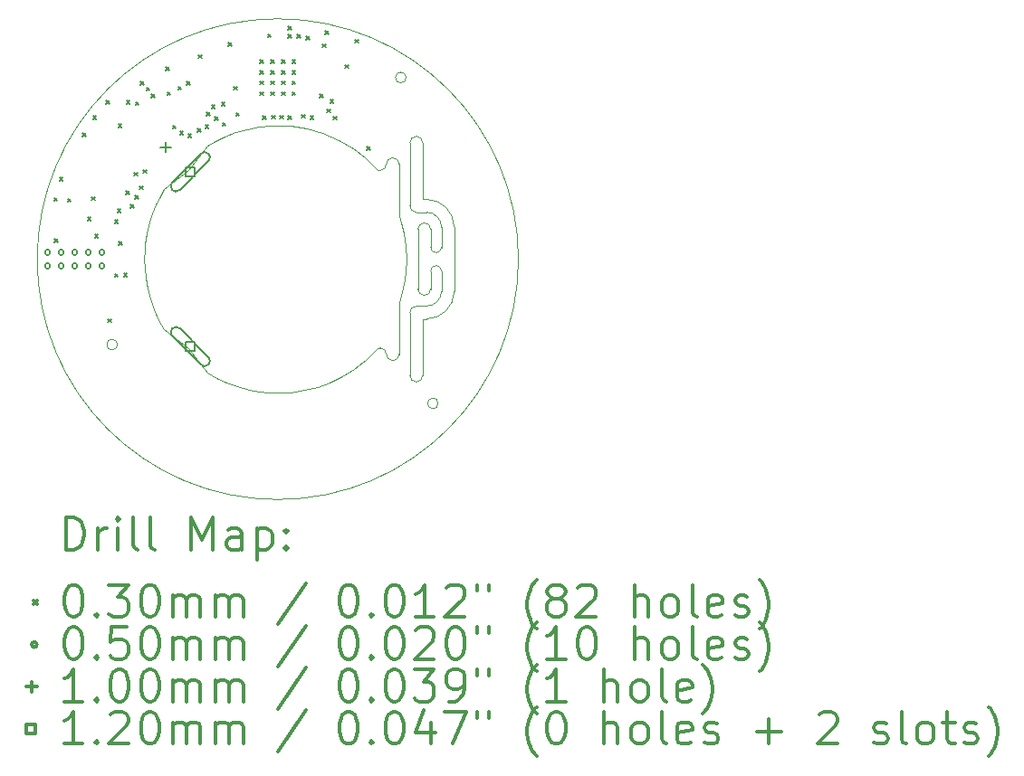
<source format=gbr>
%FSLAX45Y45*%
G04 Gerber Fmt 4.5, Leading zero omitted, Abs format (unit mm)*
G04 Created by KiCad (PCBNEW 4.0.1-stable) date 2016 January 15, Friday 22:42:40*
%MOMM*%
G01*
G04 APERTURE LIST*
%ADD10C,0.127000*%
%ADD11C,0.050000*%
%ADD12C,0.200000*%
%ADD13C,0.300000*%
G04 APERTURE END LIST*
D10*
D11*
X3450000Y-575000D02*
G75*
G03X3450000Y-575000I-50000J0D01*
G01*
X3750000Y-3625000D02*
G75*
G03X3750000Y-3625000I-50000J0D01*
G01*
X750000Y-3075000D02*
G75*
G03X750000Y-3075000I-50000J0D01*
G01*
X3605000Y-2835000D02*
X3605000Y-3365000D01*
X3485000Y-3365000D02*
X3485000Y-2775000D01*
X3605000Y-1715000D02*
X3605000Y-1185000D01*
X3485000Y-1185000D02*
X3485000Y-1775000D01*
X3115000Y-1370000D02*
X3065000Y-1325000D01*
X3170000Y-1430000D02*
X3115000Y-1370000D01*
X3185000Y-1440000D02*
X3170000Y-1430000D01*
X3200000Y-1445000D02*
X3185000Y-1440000D01*
X3205000Y-1445000D02*
X3200000Y-1445000D01*
X3160000Y-3135000D02*
X3065000Y-3225000D01*
X3185000Y-3110000D02*
X3160000Y-3135000D01*
X3200000Y-3105000D02*
X3185000Y-3110000D01*
X3205000Y-3105000D02*
X3200000Y-3105000D01*
X3265000Y-3165000D02*
G75*
G03X3205000Y-3105000I-60000J0D01*
G01*
X3265000Y-3165000D02*
G75*
G03X3325000Y-3225000I60000J0D01*
G01*
X3205000Y-1445000D02*
G75*
G03X3265000Y-1385000I0J60000D01*
G01*
X3325000Y-1325000D02*
G75*
G03X3265000Y-1385000I0J-60000D01*
G01*
X3050000Y-3235000D02*
X3065000Y-3225000D01*
X3385000Y-2675000D02*
X3385000Y-3165000D01*
X3385000Y-1385000D02*
X3385000Y-1875000D01*
X3385000Y-1385000D02*
G75*
G03X3325000Y-1325000I-60000J0D01*
G01*
X3325000Y-3225000D02*
G75*
G03X3385000Y-3165000I0J60000D01*
G01*
X3680000Y-2385000D02*
X3680000Y-2555000D01*
X3780000Y-2575000D02*
X3780000Y-2385000D01*
X3780000Y-1975000D02*
X3780000Y-2165000D01*
X3680000Y-2165000D02*
X3680000Y-1995000D01*
X3780000Y-2385000D02*
G75*
G03X3730000Y-2335000I-50000J0D01*
G01*
X3730000Y-2335000D02*
G75*
G03X3680000Y-2385000I0J-50000D01*
G01*
X3730000Y-2215000D02*
G75*
G03X3780000Y-2165000I0J50000D01*
G01*
X3680000Y-2165000D02*
G75*
G03X3730000Y-2215000I50000J0D01*
G01*
X3560000Y-1995000D02*
X3560000Y-2555000D01*
X3605000Y-2835000D02*
X3640000Y-2835000D01*
X3545000Y-2715000D02*
X3640000Y-2715000D01*
X3545000Y-1835000D02*
X3640000Y-1835000D01*
X3605000Y-1715000D02*
X3640000Y-1715000D01*
X3900000Y-1975000D02*
X3900000Y-2575000D01*
X3900000Y-1975000D02*
G75*
G03X3640000Y-1715000I-260000J0D01*
G01*
X3640000Y-2835000D02*
G75*
G03X3900000Y-2575000I0J260000D01*
G01*
X3640000Y-2715000D02*
G75*
G03X3780000Y-2575000I0J140000D01*
G01*
X3780000Y-1975000D02*
G75*
G03X3640000Y-1835000I-140000J0D01*
G01*
X3545000Y-3425000D02*
G75*
G03X3605000Y-3365000I0J60000D01*
G01*
X3485000Y-3365000D02*
G75*
G03X3545000Y-3425000I60000J0D01*
G01*
X3545000Y-2715000D02*
G75*
G03X3485000Y-2775000I0J-60000D01*
G01*
X3605000Y-1185000D02*
G75*
G03X3545000Y-1125000I-60000J0D01*
G01*
X3545000Y-1125000D02*
G75*
G03X3485000Y-1185000I0J-60000D01*
G01*
X3485000Y-1775000D02*
G75*
G03X3545000Y-1835000I60000J0D01*
G01*
X3620000Y-2615000D02*
G75*
G03X3680000Y-2555000I0J60000D01*
G01*
X3560000Y-2555000D02*
G75*
G03X3620000Y-2615000I60000J0D01*
G01*
X3680000Y-1995000D02*
G75*
G03X3620000Y-1935000I-60000J0D01*
G01*
X3620000Y-1935000D02*
G75*
G03X3560000Y-1995000I0J-60000D01*
G01*
X1412500Y-1437500D02*
X1595000Y-1210000D01*
X1185000Y-1620000D02*
X1412500Y-1437500D01*
X1412500Y-3112500D02*
X1185000Y-2930000D01*
X1595000Y-3340000D02*
X1412500Y-3112500D01*
X1002500Y-2195000D02*
X1000000Y-2275000D01*
X1007500Y-2137500D02*
X1002500Y-2195000D01*
X1022500Y-2037500D02*
X1007500Y-2137500D01*
X1050000Y-1925000D02*
X1022500Y-2037500D01*
X1075000Y-1847500D02*
X1050000Y-1925000D01*
X1110000Y-1760000D02*
X1075000Y-1847500D01*
X1147500Y-1685000D02*
X1110000Y-1760000D01*
X1185000Y-1620000D02*
X1147500Y-1685000D01*
X1665000Y-1170000D02*
X1595000Y-1210000D01*
X1752500Y-1127500D02*
X1665000Y-1170000D01*
X1857500Y-1087500D02*
X1752500Y-1127500D01*
X1965000Y-1057500D02*
X1857500Y-1087500D01*
X2072500Y-1037500D02*
X1965000Y-1057500D01*
X2172500Y-1027500D02*
X2072500Y-1037500D01*
X2250000Y-1025000D02*
X2172500Y-1027500D01*
X1002500Y-2357500D02*
X1000000Y-2275000D01*
X1012500Y-2452500D02*
X1002500Y-2357500D01*
X1030000Y-2547500D02*
X1012500Y-2452500D01*
X1055000Y-2642500D02*
X1030000Y-2547500D01*
X1090000Y-2742500D02*
X1055000Y-2642500D01*
X1137500Y-2845000D02*
X1090000Y-2742500D01*
X1185000Y-2930000D02*
X1137500Y-2845000D01*
X1672500Y-3385000D02*
X1595000Y-3340000D01*
X1772500Y-3430000D02*
X1672500Y-3385000D01*
X1872500Y-3467500D02*
X1772500Y-3430000D01*
X1977500Y-3495000D02*
X1872500Y-3467500D01*
X2072500Y-3512500D02*
X1977500Y-3495000D01*
X2165000Y-3522500D02*
X2072500Y-3512500D01*
X2250000Y-3525000D02*
X2165000Y-3522500D01*
X3385000Y-2675000D02*
X3400000Y-2620000D01*
X3385000Y-1875000D02*
X3400000Y-1930000D01*
X3420000Y-2545000D02*
X3400000Y-2620000D01*
X3435000Y-2465000D02*
X3420000Y-2545000D01*
X3445000Y-2385000D02*
X3435000Y-2465000D01*
X3450000Y-2275000D02*
X3445000Y-2385000D01*
X3425000Y-2030000D02*
X3400000Y-1930000D01*
X3445000Y-2155000D02*
X3425000Y-2030000D01*
X3450000Y-2275000D02*
X3445000Y-2155000D01*
X2965000Y-3300000D02*
X3050000Y-3235000D01*
X2855000Y-3370000D02*
X2965000Y-3300000D01*
X2730000Y-3430000D02*
X2855000Y-3370000D01*
X2620000Y-3470000D02*
X2730000Y-3430000D01*
X2500000Y-3500000D02*
X2620000Y-3470000D01*
X2370000Y-3520000D02*
X2500000Y-3500000D01*
X2250000Y-3525000D02*
X2370000Y-3520000D01*
X2950000Y-1240000D02*
X3065000Y-1325000D01*
X2815000Y-1160000D02*
X2950000Y-1240000D01*
X2665000Y-1095000D02*
X2815000Y-1160000D01*
X2525000Y-1055000D02*
X2665000Y-1095000D01*
X2370000Y-1030000D02*
X2525000Y-1055000D01*
X2250000Y-1025000D02*
X2370000Y-1030000D01*
X4500000Y-2275000D02*
G75*
G03X4500000Y-2275000I-2250000J0D01*
G01*
D12*
X157000Y-1700000D02*
X187000Y-1730000D01*
X187000Y-1700000D02*
X157000Y-1730000D01*
X160000Y-2085000D02*
X190000Y-2115000D01*
X190000Y-2085000D02*
X160000Y-2115000D01*
X210000Y-1510000D02*
X240000Y-1540000D01*
X240000Y-1510000D02*
X210000Y-1540000D01*
X285000Y-1710000D02*
X315000Y-1740000D01*
X315000Y-1710000D02*
X285000Y-1740000D01*
X426000Y-1095000D02*
X456000Y-1125000D01*
X456000Y-1095000D02*
X426000Y-1125000D01*
X472000Y-1885000D02*
X502000Y-1915000D01*
X502000Y-1885000D02*
X472000Y-1915000D01*
X510000Y-1692000D02*
X540000Y-1722000D01*
X540000Y-1692000D02*
X510000Y-1722000D01*
X522000Y-937000D02*
X552000Y-967000D01*
X552000Y-937000D02*
X522000Y-967000D01*
X537000Y-2043000D02*
X567000Y-2073000D01*
X567000Y-2043000D02*
X537000Y-2073000D01*
X643000Y-789000D02*
X673000Y-819000D01*
X673000Y-789000D02*
X643000Y-819000D01*
X660000Y-2835000D02*
X690000Y-2865000D01*
X690000Y-2835000D02*
X660000Y-2865000D01*
X724000Y-1908000D02*
X754000Y-1938000D01*
X754000Y-1908000D02*
X724000Y-1938000D01*
X724000Y-2411000D02*
X754000Y-2441000D01*
X754000Y-2411000D02*
X724000Y-2441000D01*
X751000Y-1809000D02*
X781000Y-1839000D01*
X781000Y-1809000D02*
X751000Y-1839000D01*
X758020Y-1009198D02*
X788020Y-1039198D01*
X788020Y-1009198D02*
X758020Y-1039198D01*
X761000Y-2111000D02*
X791000Y-2141000D01*
X791000Y-2111000D02*
X761000Y-2141000D01*
X810000Y-2410000D02*
X840000Y-2440000D01*
X840000Y-2410000D02*
X810000Y-2440000D01*
X830000Y-1636000D02*
X860000Y-1666000D01*
X860000Y-1636000D02*
X830000Y-1666000D01*
X835000Y-791000D02*
X865000Y-821000D01*
X865000Y-791000D02*
X835000Y-821000D01*
X875000Y-1763000D02*
X905000Y-1793000D01*
X905000Y-1763000D02*
X875000Y-1793000D01*
X907000Y-1464000D02*
X937000Y-1494000D01*
X937000Y-1464000D02*
X907000Y-1494000D01*
X916000Y-1678000D02*
X946000Y-1708000D01*
X946000Y-1678000D02*
X916000Y-1708000D01*
X921000Y-805000D02*
X951000Y-835000D01*
X951000Y-805000D02*
X921000Y-835000D01*
X958000Y-1592000D02*
X988000Y-1622000D01*
X988000Y-1592000D02*
X958000Y-1622000D01*
X966000Y-614000D02*
X996000Y-644000D01*
X996000Y-614000D02*
X966000Y-644000D01*
X994000Y-1439000D02*
X1024000Y-1469000D01*
X1024000Y-1439000D02*
X994000Y-1469000D01*
X1021000Y-669000D02*
X1051000Y-699000D01*
X1051000Y-669000D02*
X1021000Y-699000D01*
X1070000Y-731000D02*
X1100000Y-761000D01*
X1100000Y-731000D02*
X1070000Y-761000D01*
X1203000Y-479000D02*
X1233000Y-509000D01*
X1233000Y-479000D02*
X1203000Y-509000D01*
X1215000Y-712000D02*
X1245000Y-742000D01*
X1245000Y-712000D02*
X1215000Y-742000D01*
X1265000Y-1023000D02*
X1295000Y-1053000D01*
X1295000Y-1023000D02*
X1265000Y-1053000D01*
X1316000Y-661000D02*
X1346000Y-691000D01*
X1346000Y-661000D02*
X1316000Y-691000D01*
X1336000Y-1079000D02*
X1366000Y-1109000D01*
X1366000Y-1079000D02*
X1336000Y-1109000D01*
X1399000Y-614000D02*
X1429000Y-644000D01*
X1429000Y-614000D02*
X1399000Y-644000D01*
X1410000Y-1105000D02*
X1440000Y-1135000D01*
X1440000Y-1105000D02*
X1410000Y-1135000D01*
X1502000Y-1055000D02*
X1532000Y-1085000D01*
X1532000Y-1055000D02*
X1502000Y-1085000D01*
X1508000Y-364000D02*
X1538000Y-394000D01*
X1538000Y-364000D02*
X1508000Y-394000D01*
X1571000Y-1021000D02*
X1601000Y-1051000D01*
X1601000Y-1021000D02*
X1571000Y-1051000D01*
X1585000Y-901000D02*
X1615000Y-931000D01*
X1615000Y-901000D02*
X1585000Y-931000D01*
X1630000Y-832000D02*
X1660000Y-862000D01*
X1660000Y-832000D02*
X1630000Y-862000D01*
X1662000Y-944000D02*
X1692000Y-974000D01*
X1692000Y-944000D02*
X1662000Y-974000D01*
X1724000Y-806000D02*
X1754000Y-836000D01*
X1754000Y-806000D02*
X1724000Y-836000D01*
X1733000Y-998000D02*
X1763000Y-1028000D01*
X1763000Y-998000D02*
X1733000Y-1028000D01*
X1787000Y-248000D02*
X1817000Y-278000D01*
X1817000Y-248000D02*
X1787000Y-278000D01*
X1838000Y-658000D02*
X1868000Y-688000D01*
X1868000Y-658000D02*
X1838000Y-688000D01*
X1861000Y-907000D02*
X1891000Y-937000D01*
X1891000Y-907000D02*
X1861000Y-937000D01*
X2085000Y-410000D02*
X2115000Y-440000D01*
X2115000Y-410000D02*
X2085000Y-440000D01*
X2085000Y-510000D02*
X2115000Y-540000D01*
X2115000Y-510000D02*
X2085000Y-540000D01*
X2085000Y-610000D02*
X2115000Y-640000D01*
X2115000Y-610000D02*
X2085000Y-640000D01*
X2085000Y-710000D02*
X2115000Y-740000D01*
X2115000Y-710000D02*
X2085000Y-740000D01*
X2110000Y-937000D02*
X2140000Y-967000D01*
X2140000Y-937000D02*
X2110000Y-967000D01*
X2154000Y-167000D02*
X2184000Y-197000D01*
X2184000Y-167000D02*
X2154000Y-197000D01*
X2185000Y-410000D02*
X2215000Y-440000D01*
X2215000Y-410000D02*
X2185000Y-440000D01*
X2185000Y-510000D02*
X2215000Y-540000D01*
X2215000Y-510000D02*
X2185000Y-540000D01*
X2185000Y-610000D02*
X2215000Y-640000D01*
X2215000Y-610000D02*
X2185000Y-640000D01*
X2185000Y-710000D02*
X2215000Y-740000D01*
X2215000Y-710000D02*
X2185000Y-740000D01*
X2195000Y-931000D02*
X2225000Y-961000D01*
X2225000Y-931000D02*
X2195000Y-961000D01*
X2271000Y-931000D02*
X2301000Y-961000D01*
X2301000Y-931000D02*
X2271000Y-961000D01*
X2285000Y-410000D02*
X2315000Y-440000D01*
X2315000Y-410000D02*
X2285000Y-440000D01*
X2285000Y-510000D02*
X2315000Y-540000D01*
X2315000Y-510000D02*
X2285000Y-540000D01*
X2285000Y-610000D02*
X2315000Y-640000D01*
X2315000Y-610000D02*
X2285000Y-640000D01*
X2285000Y-710000D02*
X2315000Y-740000D01*
X2315000Y-710000D02*
X2285000Y-740000D01*
X2346000Y-174000D02*
X2376000Y-204000D01*
X2376000Y-174000D02*
X2346000Y-204000D01*
X2347000Y-97000D02*
X2377000Y-127000D01*
X2377000Y-97000D02*
X2347000Y-127000D01*
X2347000Y-934000D02*
X2377000Y-964000D01*
X2377000Y-934000D02*
X2347000Y-964000D01*
X2385000Y-410000D02*
X2415000Y-440000D01*
X2415000Y-410000D02*
X2385000Y-440000D01*
X2385000Y-510000D02*
X2415000Y-540000D01*
X2415000Y-510000D02*
X2385000Y-540000D01*
X2385000Y-610000D02*
X2415000Y-640000D01*
X2415000Y-610000D02*
X2385000Y-640000D01*
X2385000Y-710000D02*
X2415000Y-740000D01*
X2415000Y-710000D02*
X2385000Y-740000D01*
X2430000Y-172000D02*
X2460000Y-202000D01*
X2460000Y-172000D02*
X2430000Y-202000D01*
X2474000Y-922000D02*
X2504000Y-952000D01*
X2504000Y-922000D02*
X2474000Y-952000D01*
X2518000Y-188000D02*
X2548000Y-218000D01*
X2548000Y-188000D02*
X2518000Y-218000D01*
X2552000Y-936000D02*
X2582000Y-966000D01*
X2582000Y-936000D02*
X2552000Y-966000D01*
X2645000Y-731000D02*
X2675000Y-761000D01*
X2675000Y-731000D02*
X2645000Y-761000D01*
X2670000Y-262000D02*
X2700000Y-292000D01*
X2700000Y-262000D02*
X2670000Y-292000D01*
X2693000Y-138000D02*
X2723000Y-168000D01*
X2723000Y-138000D02*
X2693000Y-168000D01*
X2709000Y-873000D02*
X2739000Y-903000D01*
X2739000Y-873000D02*
X2709000Y-903000D01*
X2740000Y-781000D02*
X2770000Y-811000D01*
X2770000Y-781000D02*
X2740000Y-811000D01*
X2770000Y-940000D02*
X2800000Y-970000D01*
X2800000Y-940000D02*
X2770000Y-970000D01*
X2881000Y-455000D02*
X2911000Y-485000D01*
X2911000Y-455000D02*
X2881000Y-485000D01*
X2973000Y-219000D02*
X3003000Y-249000D01*
X3003000Y-219000D02*
X2973000Y-249000D01*
X3082000Y-1223000D02*
X3112000Y-1253000D01*
X3112000Y-1223000D02*
X3082000Y-1253000D01*
X121000Y-2211500D02*
G75*
G03X121000Y-2211500I-25000J0D01*
G01*
X121000Y-2338500D02*
G75*
G03X121000Y-2338500I-25000J0D01*
G01*
X248000Y-2211500D02*
G75*
G03X248000Y-2211500I-25000J0D01*
G01*
X248000Y-2338500D02*
G75*
G03X248000Y-2338500I-25000J0D01*
G01*
X375000Y-2211500D02*
G75*
G03X375000Y-2211500I-25000J0D01*
G01*
X375000Y-2338500D02*
G75*
G03X375000Y-2338500I-25000J0D01*
G01*
X502000Y-2211500D02*
G75*
G03X502000Y-2211500I-25000J0D01*
G01*
X502000Y-2338500D02*
G75*
G03X502000Y-2338500I-25000J0D01*
G01*
X629000Y-2211500D02*
G75*
G03X629000Y-2211500I-25000J0D01*
G01*
X629000Y-2338500D02*
G75*
G03X629000Y-2338500I-25000J0D01*
G01*
X1200000Y-1175000D02*
X1200000Y-1275000D01*
X1150000Y-1225000D02*
X1250000Y-1225000D01*
X1474927Y-1499927D02*
X1474927Y-1415073D01*
X1390073Y-1415073D01*
X1390073Y-1499927D01*
X1474927Y-1499927D01*
X1531495Y-1287794D02*
X1262794Y-1556495D01*
X1602206Y-1358505D02*
X1333505Y-1627206D01*
X1262794Y-1556495D02*
G75*
G03X1333505Y-1627206I35355J-35355D01*
G01*
X1602206Y-1358505D02*
G75*
G03X1531495Y-1287794I-35355J35355D01*
G01*
X1474927Y-3134927D02*
X1474927Y-3050073D01*
X1390073Y-3050073D01*
X1390073Y-3134927D01*
X1474927Y-3134927D01*
X1262794Y-2993505D02*
X1531495Y-3262206D01*
X1333505Y-2922794D02*
X1602206Y-3191495D01*
X1531495Y-3262206D02*
G75*
G03X1602206Y-3191495I35355J35355D01*
G01*
X1333505Y-2922794D02*
G75*
G03X1262794Y-2993505I-35355J-35355D01*
G01*
D13*
X268929Y-4993214D02*
X268929Y-4693214D01*
X340357Y-4693214D01*
X383214Y-4707500D01*
X411786Y-4736072D01*
X426071Y-4764643D01*
X440357Y-4821786D01*
X440357Y-4864643D01*
X426071Y-4921786D01*
X411786Y-4950357D01*
X383214Y-4978929D01*
X340357Y-4993214D01*
X268929Y-4993214D01*
X568929Y-4993214D02*
X568929Y-4793214D01*
X568929Y-4850357D02*
X583214Y-4821786D01*
X597500Y-4807500D01*
X626071Y-4793214D01*
X654643Y-4793214D01*
X754643Y-4993214D02*
X754643Y-4793214D01*
X754643Y-4693214D02*
X740357Y-4707500D01*
X754643Y-4721786D01*
X768928Y-4707500D01*
X754643Y-4693214D01*
X754643Y-4721786D01*
X940357Y-4993214D02*
X911786Y-4978929D01*
X897500Y-4950357D01*
X897500Y-4693214D01*
X1097500Y-4993214D02*
X1068929Y-4978929D01*
X1054643Y-4950357D01*
X1054643Y-4693214D01*
X1440357Y-4993214D02*
X1440357Y-4693214D01*
X1540357Y-4907500D01*
X1640357Y-4693214D01*
X1640357Y-4993214D01*
X1911786Y-4993214D02*
X1911786Y-4836072D01*
X1897500Y-4807500D01*
X1868928Y-4793214D01*
X1811786Y-4793214D01*
X1783214Y-4807500D01*
X1911786Y-4978929D02*
X1883214Y-4993214D01*
X1811786Y-4993214D01*
X1783214Y-4978929D01*
X1768928Y-4950357D01*
X1768928Y-4921786D01*
X1783214Y-4893214D01*
X1811786Y-4878929D01*
X1883214Y-4878929D01*
X1911786Y-4864643D01*
X2054643Y-4793214D02*
X2054643Y-5093214D01*
X2054643Y-4807500D02*
X2083214Y-4793214D01*
X2140357Y-4793214D01*
X2168929Y-4807500D01*
X2183214Y-4821786D01*
X2197500Y-4850357D01*
X2197500Y-4936072D01*
X2183214Y-4964643D01*
X2168929Y-4978929D01*
X2140357Y-4993214D01*
X2083214Y-4993214D01*
X2054643Y-4978929D01*
X2326071Y-4964643D02*
X2340357Y-4978929D01*
X2326071Y-4993214D01*
X2311786Y-4978929D01*
X2326071Y-4964643D01*
X2326071Y-4993214D01*
X2326071Y-4807500D02*
X2340357Y-4821786D01*
X2326071Y-4836072D01*
X2311786Y-4821786D01*
X2326071Y-4807500D01*
X2326071Y-4836072D01*
X-32500Y-5472500D02*
X-2500Y-5502500D01*
X-2500Y-5472500D02*
X-32500Y-5502500D01*
X326071Y-5323214D02*
X354643Y-5323214D01*
X383214Y-5337500D01*
X397500Y-5351786D01*
X411786Y-5380357D01*
X426071Y-5437500D01*
X426071Y-5508929D01*
X411786Y-5566072D01*
X397500Y-5594643D01*
X383214Y-5608929D01*
X354643Y-5623214D01*
X326071Y-5623214D01*
X297500Y-5608929D01*
X283214Y-5594643D01*
X268929Y-5566072D01*
X254643Y-5508929D01*
X254643Y-5437500D01*
X268929Y-5380357D01*
X283214Y-5351786D01*
X297500Y-5337500D01*
X326071Y-5323214D01*
X554643Y-5594643D02*
X568929Y-5608929D01*
X554643Y-5623214D01*
X540357Y-5608929D01*
X554643Y-5594643D01*
X554643Y-5623214D01*
X668928Y-5323214D02*
X854643Y-5323214D01*
X754643Y-5437500D01*
X797500Y-5437500D01*
X826071Y-5451786D01*
X840357Y-5466072D01*
X854643Y-5494643D01*
X854643Y-5566072D01*
X840357Y-5594643D01*
X826071Y-5608929D01*
X797500Y-5623214D01*
X711786Y-5623214D01*
X683214Y-5608929D01*
X668928Y-5594643D01*
X1040357Y-5323214D02*
X1068929Y-5323214D01*
X1097500Y-5337500D01*
X1111786Y-5351786D01*
X1126071Y-5380357D01*
X1140357Y-5437500D01*
X1140357Y-5508929D01*
X1126071Y-5566072D01*
X1111786Y-5594643D01*
X1097500Y-5608929D01*
X1068929Y-5623214D01*
X1040357Y-5623214D01*
X1011786Y-5608929D01*
X997500Y-5594643D01*
X983214Y-5566072D01*
X968928Y-5508929D01*
X968928Y-5437500D01*
X983214Y-5380357D01*
X997500Y-5351786D01*
X1011786Y-5337500D01*
X1040357Y-5323214D01*
X1268929Y-5623214D02*
X1268929Y-5423214D01*
X1268929Y-5451786D02*
X1283214Y-5437500D01*
X1311786Y-5423214D01*
X1354643Y-5423214D01*
X1383214Y-5437500D01*
X1397500Y-5466072D01*
X1397500Y-5623214D01*
X1397500Y-5466072D02*
X1411786Y-5437500D01*
X1440357Y-5423214D01*
X1483214Y-5423214D01*
X1511786Y-5437500D01*
X1526071Y-5466072D01*
X1526071Y-5623214D01*
X1668928Y-5623214D02*
X1668928Y-5423214D01*
X1668928Y-5451786D02*
X1683214Y-5437500D01*
X1711786Y-5423214D01*
X1754643Y-5423214D01*
X1783214Y-5437500D01*
X1797500Y-5466072D01*
X1797500Y-5623214D01*
X1797500Y-5466072D02*
X1811786Y-5437500D01*
X1840357Y-5423214D01*
X1883214Y-5423214D01*
X1911786Y-5437500D01*
X1926071Y-5466072D01*
X1926071Y-5623214D01*
X2511786Y-5308929D02*
X2254643Y-5694643D01*
X2897500Y-5323214D02*
X2926071Y-5323214D01*
X2954643Y-5337500D01*
X2968928Y-5351786D01*
X2983214Y-5380357D01*
X2997500Y-5437500D01*
X2997500Y-5508929D01*
X2983214Y-5566072D01*
X2968928Y-5594643D01*
X2954643Y-5608929D01*
X2926071Y-5623214D01*
X2897500Y-5623214D01*
X2868928Y-5608929D01*
X2854643Y-5594643D01*
X2840357Y-5566072D01*
X2826071Y-5508929D01*
X2826071Y-5437500D01*
X2840357Y-5380357D01*
X2854643Y-5351786D01*
X2868928Y-5337500D01*
X2897500Y-5323214D01*
X3126071Y-5594643D02*
X3140357Y-5608929D01*
X3126071Y-5623214D01*
X3111786Y-5608929D01*
X3126071Y-5594643D01*
X3126071Y-5623214D01*
X3326071Y-5323214D02*
X3354643Y-5323214D01*
X3383214Y-5337500D01*
X3397500Y-5351786D01*
X3411785Y-5380357D01*
X3426071Y-5437500D01*
X3426071Y-5508929D01*
X3411785Y-5566072D01*
X3397500Y-5594643D01*
X3383214Y-5608929D01*
X3354643Y-5623214D01*
X3326071Y-5623214D01*
X3297500Y-5608929D01*
X3283214Y-5594643D01*
X3268928Y-5566072D01*
X3254643Y-5508929D01*
X3254643Y-5437500D01*
X3268928Y-5380357D01*
X3283214Y-5351786D01*
X3297500Y-5337500D01*
X3326071Y-5323214D01*
X3711785Y-5623214D02*
X3540357Y-5623214D01*
X3626071Y-5623214D02*
X3626071Y-5323214D01*
X3597500Y-5366072D01*
X3568928Y-5394643D01*
X3540357Y-5408929D01*
X3826071Y-5351786D02*
X3840357Y-5337500D01*
X3868928Y-5323214D01*
X3940357Y-5323214D01*
X3968928Y-5337500D01*
X3983214Y-5351786D01*
X3997500Y-5380357D01*
X3997500Y-5408929D01*
X3983214Y-5451786D01*
X3811785Y-5623214D01*
X3997500Y-5623214D01*
X4111786Y-5323214D02*
X4111786Y-5380357D01*
X4226071Y-5323214D02*
X4226071Y-5380357D01*
X4668928Y-5737500D02*
X4654643Y-5723214D01*
X4626071Y-5680357D01*
X4611786Y-5651786D01*
X4597500Y-5608929D01*
X4583214Y-5537500D01*
X4583214Y-5480357D01*
X4597500Y-5408929D01*
X4611786Y-5366072D01*
X4626071Y-5337500D01*
X4654643Y-5294643D01*
X4668928Y-5280357D01*
X4826071Y-5451786D02*
X4797500Y-5437500D01*
X4783214Y-5423214D01*
X4768928Y-5394643D01*
X4768928Y-5380357D01*
X4783214Y-5351786D01*
X4797500Y-5337500D01*
X4826071Y-5323214D01*
X4883214Y-5323214D01*
X4911786Y-5337500D01*
X4926071Y-5351786D01*
X4940357Y-5380357D01*
X4940357Y-5394643D01*
X4926071Y-5423214D01*
X4911786Y-5437500D01*
X4883214Y-5451786D01*
X4826071Y-5451786D01*
X4797500Y-5466072D01*
X4783214Y-5480357D01*
X4768928Y-5508929D01*
X4768928Y-5566072D01*
X4783214Y-5594643D01*
X4797500Y-5608929D01*
X4826071Y-5623214D01*
X4883214Y-5623214D01*
X4911786Y-5608929D01*
X4926071Y-5594643D01*
X4940357Y-5566072D01*
X4940357Y-5508929D01*
X4926071Y-5480357D01*
X4911786Y-5466072D01*
X4883214Y-5451786D01*
X5054643Y-5351786D02*
X5068928Y-5337500D01*
X5097500Y-5323214D01*
X5168928Y-5323214D01*
X5197500Y-5337500D01*
X5211786Y-5351786D01*
X5226071Y-5380357D01*
X5226071Y-5408929D01*
X5211786Y-5451786D01*
X5040357Y-5623214D01*
X5226071Y-5623214D01*
X5583214Y-5623214D02*
X5583214Y-5323214D01*
X5711785Y-5623214D02*
X5711785Y-5466072D01*
X5697500Y-5437500D01*
X5668928Y-5423214D01*
X5626071Y-5423214D01*
X5597500Y-5437500D01*
X5583214Y-5451786D01*
X5897500Y-5623214D02*
X5868928Y-5608929D01*
X5854643Y-5594643D01*
X5840357Y-5566072D01*
X5840357Y-5480357D01*
X5854643Y-5451786D01*
X5868928Y-5437500D01*
X5897500Y-5423214D01*
X5940357Y-5423214D01*
X5968928Y-5437500D01*
X5983214Y-5451786D01*
X5997500Y-5480357D01*
X5997500Y-5566072D01*
X5983214Y-5594643D01*
X5968928Y-5608929D01*
X5940357Y-5623214D01*
X5897500Y-5623214D01*
X6168928Y-5623214D02*
X6140357Y-5608929D01*
X6126071Y-5580357D01*
X6126071Y-5323214D01*
X6397500Y-5608929D02*
X6368928Y-5623214D01*
X6311786Y-5623214D01*
X6283214Y-5608929D01*
X6268928Y-5580357D01*
X6268928Y-5466072D01*
X6283214Y-5437500D01*
X6311786Y-5423214D01*
X6368928Y-5423214D01*
X6397500Y-5437500D01*
X6411786Y-5466072D01*
X6411786Y-5494643D01*
X6268928Y-5523214D01*
X6526071Y-5608929D02*
X6554643Y-5623214D01*
X6611786Y-5623214D01*
X6640357Y-5608929D01*
X6654643Y-5580357D01*
X6654643Y-5566072D01*
X6640357Y-5537500D01*
X6611786Y-5523214D01*
X6568928Y-5523214D01*
X6540357Y-5508929D01*
X6526071Y-5480357D01*
X6526071Y-5466072D01*
X6540357Y-5437500D01*
X6568928Y-5423214D01*
X6611786Y-5423214D01*
X6640357Y-5437500D01*
X6754643Y-5737500D02*
X6768928Y-5723214D01*
X6797500Y-5680357D01*
X6811786Y-5651786D01*
X6826071Y-5608929D01*
X6840357Y-5537500D01*
X6840357Y-5480357D01*
X6826071Y-5408929D01*
X6811786Y-5366072D01*
X6797500Y-5337500D01*
X6768928Y-5294643D01*
X6754643Y-5280357D01*
X-2500Y-5883500D02*
G75*
G03X-2500Y-5883500I-25000J0D01*
G01*
X326071Y-5719214D02*
X354643Y-5719214D01*
X383214Y-5733500D01*
X397500Y-5747786D01*
X411786Y-5776357D01*
X426071Y-5833500D01*
X426071Y-5904929D01*
X411786Y-5962071D01*
X397500Y-5990643D01*
X383214Y-6004929D01*
X354643Y-6019214D01*
X326071Y-6019214D01*
X297500Y-6004929D01*
X283214Y-5990643D01*
X268929Y-5962071D01*
X254643Y-5904929D01*
X254643Y-5833500D01*
X268929Y-5776357D01*
X283214Y-5747786D01*
X297500Y-5733500D01*
X326071Y-5719214D01*
X554643Y-5990643D02*
X568929Y-6004929D01*
X554643Y-6019214D01*
X540357Y-6004929D01*
X554643Y-5990643D01*
X554643Y-6019214D01*
X840357Y-5719214D02*
X697500Y-5719214D01*
X683214Y-5862071D01*
X697500Y-5847786D01*
X726071Y-5833500D01*
X797500Y-5833500D01*
X826071Y-5847786D01*
X840357Y-5862071D01*
X854643Y-5890643D01*
X854643Y-5962071D01*
X840357Y-5990643D01*
X826071Y-6004929D01*
X797500Y-6019214D01*
X726071Y-6019214D01*
X697500Y-6004929D01*
X683214Y-5990643D01*
X1040357Y-5719214D02*
X1068929Y-5719214D01*
X1097500Y-5733500D01*
X1111786Y-5747786D01*
X1126071Y-5776357D01*
X1140357Y-5833500D01*
X1140357Y-5904929D01*
X1126071Y-5962071D01*
X1111786Y-5990643D01*
X1097500Y-6004929D01*
X1068929Y-6019214D01*
X1040357Y-6019214D01*
X1011786Y-6004929D01*
X997500Y-5990643D01*
X983214Y-5962071D01*
X968928Y-5904929D01*
X968928Y-5833500D01*
X983214Y-5776357D01*
X997500Y-5747786D01*
X1011786Y-5733500D01*
X1040357Y-5719214D01*
X1268929Y-6019214D02*
X1268929Y-5819214D01*
X1268929Y-5847786D02*
X1283214Y-5833500D01*
X1311786Y-5819214D01*
X1354643Y-5819214D01*
X1383214Y-5833500D01*
X1397500Y-5862071D01*
X1397500Y-6019214D01*
X1397500Y-5862071D02*
X1411786Y-5833500D01*
X1440357Y-5819214D01*
X1483214Y-5819214D01*
X1511786Y-5833500D01*
X1526071Y-5862071D01*
X1526071Y-6019214D01*
X1668928Y-6019214D02*
X1668928Y-5819214D01*
X1668928Y-5847786D02*
X1683214Y-5833500D01*
X1711786Y-5819214D01*
X1754643Y-5819214D01*
X1783214Y-5833500D01*
X1797500Y-5862071D01*
X1797500Y-6019214D01*
X1797500Y-5862071D02*
X1811786Y-5833500D01*
X1840357Y-5819214D01*
X1883214Y-5819214D01*
X1911786Y-5833500D01*
X1926071Y-5862071D01*
X1926071Y-6019214D01*
X2511786Y-5704929D02*
X2254643Y-6090643D01*
X2897500Y-5719214D02*
X2926071Y-5719214D01*
X2954643Y-5733500D01*
X2968928Y-5747786D01*
X2983214Y-5776357D01*
X2997500Y-5833500D01*
X2997500Y-5904929D01*
X2983214Y-5962071D01*
X2968928Y-5990643D01*
X2954643Y-6004929D01*
X2926071Y-6019214D01*
X2897500Y-6019214D01*
X2868928Y-6004929D01*
X2854643Y-5990643D01*
X2840357Y-5962071D01*
X2826071Y-5904929D01*
X2826071Y-5833500D01*
X2840357Y-5776357D01*
X2854643Y-5747786D01*
X2868928Y-5733500D01*
X2897500Y-5719214D01*
X3126071Y-5990643D02*
X3140357Y-6004929D01*
X3126071Y-6019214D01*
X3111786Y-6004929D01*
X3126071Y-5990643D01*
X3126071Y-6019214D01*
X3326071Y-5719214D02*
X3354643Y-5719214D01*
X3383214Y-5733500D01*
X3397500Y-5747786D01*
X3411785Y-5776357D01*
X3426071Y-5833500D01*
X3426071Y-5904929D01*
X3411785Y-5962071D01*
X3397500Y-5990643D01*
X3383214Y-6004929D01*
X3354643Y-6019214D01*
X3326071Y-6019214D01*
X3297500Y-6004929D01*
X3283214Y-5990643D01*
X3268928Y-5962071D01*
X3254643Y-5904929D01*
X3254643Y-5833500D01*
X3268928Y-5776357D01*
X3283214Y-5747786D01*
X3297500Y-5733500D01*
X3326071Y-5719214D01*
X3540357Y-5747786D02*
X3554643Y-5733500D01*
X3583214Y-5719214D01*
X3654643Y-5719214D01*
X3683214Y-5733500D01*
X3697500Y-5747786D01*
X3711785Y-5776357D01*
X3711785Y-5804929D01*
X3697500Y-5847786D01*
X3526071Y-6019214D01*
X3711785Y-6019214D01*
X3897500Y-5719214D02*
X3926071Y-5719214D01*
X3954643Y-5733500D01*
X3968928Y-5747786D01*
X3983214Y-5776357D01*
X3997500Y-5833500D01*
X3997500Y-5904929D01*
X3983214Y-5962071D01*
X3968928Y-5990643D01*
X3954643Y-6004929D01*
X3926071Y-6019214D01*
X3897500Y-6019214D01*
X3868928Y-6004929D01*
X3854643Y-5990643D01*
X3840357Y-5962071D01*
X3826071Y-5904929D01*
X3826071Y-5833500D01*
X3840357Y-5776357D01*
X3854643Y-5747786D01*
X3868928Y-5733500D01*
X3897500Y-5719214D01*
X4111786Y-5719214D02*
X4111786Y-5776357D01*
X4226071Y-5719214D02*
X4226071Y-5776357D01*
X4668928Y-6133500D02*
X4654643Y-6119214D01*
X4626071Y-6076357D01*
X4611786Y-6047786D01*
X4597500Y-6004929D01*
X4583214Y-5933500D01*
X4583214Y-5876357D01*
X4597500Y-5804929D01*
X4611786Y-5762071D01*
X4626071Y-5733500D01*
X4654643Y-5690643D01*
X4668928Y-5676357D01*
X4940357Y-6019214D02*
X4768928Y-6019214D01*
X4854643Y-6019214D02*
X4854643Y-5719214D01*
X4826071Y-5762071D01*
X4797500Y-5790643D01*
X4768928Y-5804929D01*
X5126071Y-5719214D02*
X5154643Y-5719214D01*
X5183214Y-5733500D01*
X5197500Y-5747786D01*
X5211786Y-5776357D01*
X5226071Y-5833500D01*
X5226071Y-5904929D01*
X5211786Y-5962071D01*
X5197500Y-5990643D01*
X5183214Y-6004929D01*
X5154643Y-6019214D01*
X5126071Y-6019214D01*
X5097500Y-6004929D01*
X5083214Y-5990643D01*
X5068928Y-5962071D01*
X5054643Y-5904929D01*
X5054643Y-5833500D01*
X5068928Y-5776357D01*
X5083214Y-5747786D01*
X5097500Y-5733500D01*
X5126071Y-5719214D01*
X5583214Y-6019214D02*
X5583214Y-5719214D01*
X5711785Y-6019214D02*
X5711785Y-5862071D01*
X5697500Y-5833500D01*
X5668928Y-5819214D01*
X5626071Y-5819214D01*
X5597500Y-5833500D01*
X5583214Y-5847786D01*
X5897500Y-6019214D02*
X5868928Y-6004929D01*
X5854643Y-5990643D01*
X5840357Y-5962071D01*
X5840357Y-5876357D01*
X5854643Y-5847786D01*
X5868928Y-5833500D01*
X5897500Y-5819214D01*
X5940357Y-5819214D01*
X5968928Y-5833500D01*
X5983214Y-5847786D01*
X5997500Y-5876357D01*
X5997500Y-5962071D01*
X5983214Y-5990643D01*
X5968928Y-6004929D01*
X5940357Y-6019214D01*
X5897500Y-6019214D01*
X6168928Y-6019214D02*
X6140357Y-6004929D01*
X6126071Y-5976357D01*
X6126071Y-5719214D01*
X6397500Y-6004929D02*
X6368928Y-6019214D01*
X6311786Y-6019214D01*
X6283214Y-6004929D01*
X6268928Y-5976357D01*
X6268928Y-5862071D01*
X6283214Y-5833500D01*
X6311786Y-5819214D01*
X6368928Y-5819214D01*
X6397500Y-5833500D01*
X6411786Y-5862071D01*
X6411786Y-5890643D01*
X6268928Y-5919214D01*
X6526071Y-6004929D02*
X6554643Y-6019214D01*
X6611786Y-6019214D01*
X6640357Y-6004929D01*
X6654643Y-5976357D01*
X6654643Y-5962071D01*
X6640357Y-5933500D01*
X6611786Y-5919214D01*
X6568928Y-5919214D01*
X6540357Y-5904929D01*
X6526071Y-5876357D01*
X6526071Y-5862071D01*
X6540357Y-5833500D01*
X6568928Y-5819214D01*
X6611786Y-5819214D01*
X6640357Y-5833500D01*
X6754643Y-6133500D02*
X6768928Y-6119214D01*
X6797500Y-6076357D01*
X6811786Y-6047786D01*
X6826071Y-6004929D01*
X6840357Y-5933500D01*
X6840357Y-5876357D01*
X6826071Y-5804929D01*
X6811786Y-5762071D01*
X6797500Y-5733500D01*
X6768928Y-5690643D01*
X6754643Y-5676357D01*
X-52500Y-6229500D02*
X-52500Y-6329500D01*
X-102500Y-6279500D02*
X-2500Y-6279500D01*
X426071Y-6415214D02*
X254643Y-6415214D01*
X340357Y-6415214D02*
X340357Y-6115214D01*
X311786Y-6158071D01*
X283214Y-6186643D01*
X254643Y-6200929D01*
X554643Y-6386643D02*
X568929Y-6400929D01*
X554643Y-6415214D01*
X540357Y-6400929D01*
X554643Y-6386643D01*
X554643Y-6415214D01*
X754643Y-6115214D02*
X783214Y-6115214D01*
X811786Y-6129500D01*
X826071Y-6143786D01*
X840357Y-6172357D01*
X854643Y-6229500D01*
X854643Y-6300929D01*
X840357Y-6358071D01*
X826071Y-6386643D01*
X811786Y-6400929D01*
X783214Y-6415214D01*
X754643Y-6415214D01*
X726071Y-6400929D01*
X711786Y-6386643D01*
X697500Y-6358071D01*
X683214Y-6300929D01*
X683214Y-6229500D01*
X697500Y-6172357D01*
X711786Y-6143786D01*
X726071Y-6129500D01*
X754643Y-6115214D01*
X1040357Y-6115214D02*
X1068929Y-6115214D01*
X1097500Y-6129500D01*
X1111786Y-6143786D01*
X1126071Y-6172357D01*
X1140357Y-6229500D01*
X1140357Y-6300929D01*
X1126071Y-6358071D01*
X1111786Y-6386643D01*
X1097500Y-6400929D01*
X1068929Y-6415214D01*
X1040357Y-6415214D01*
X1011786Y-6400929D01*
X997500Y-6386643D01*
X983214Y-6358071D01*
X968928Y-6300929D01*
X968928Y-6229500D01*
X983214Y-6172357D01*
X997500Y-6143786D01*
X1011786Y-6129500D01*
X1040357Y-6115214D01*
X1268929Y-6415214D02*
X1268929Y-6215214D01*
X1268929Y-6243786D02*
X1283214Y-6229500D01*
X1311786Y-6215214D01*
X1354643Y-6215214D01*
X1383214Y-6229500D01*
X1397500Y-6258071D01*
X1397500Y-6415214D01*
X1397500Y-6258071D02*
X1411786Y-6229500D01*
X1440357Y-6215214D01*
X1483214Y-6215214D01*
X1511786Y-6229500D01*
X1526071Y-6258071D01*
X1526071Y-6415214D01*
X1668928Y-6415214D02*
X1668928Y-6215214D01*
X1668928Y-6243786D02*
X1683214Y-6229500D01*
X1711786Y-6215214D01*
X1754643Y-6215214D01*
X1783214Y-6229500D01*
X1797500Y-6258071D01*
X1797500Y-6415214D01*
X1797500Y-6258071D02*
X1811786Y-6229500D01*
X1840357Y-6215214D01*
X1883214Y-6215214D01*
X1911786Y-6229500D01*
X1926071Y-6258071D01*
X1926071Y-6415214D01*
X2511786Y-6100929D02*
X2254643Y-6486643D01*
X2897500Y-6115214D02*
X2926071Y-6115214D01*
X2954643Y-6129500D01*
X2968928Y-6143786D01*
X2983214Y-6172357D01*
X2997500Y-6229500D01*
X2997500Y-6300929D01*
X2983214Y-6358071D01*
X2968928Y-6386643D01*
X2954643Y-6400929D01*
X2926071Y-6415214D01*
X2897500Y-6415214D01*
X2868928Y-6400929D01*
X2854643Y-6386643D01*
X2840357Y-6358071D01*
X2826071Y-6300929D01*
X2826071Y-6229500D01*
X2840357Y-6172357D01*
X2854643Y-6143786D01*
X2868928Y-6129500D01*
X2897500Y-6115214D01*
X3126071Y-6386643D02*
X3140357Y-6400929D01*
X3126071Y-6415214D01*
X3111786Y-6400929D01*
X3126071Y-6386643D01*
X3126071Y-6415214D01*
X3326071Y-6115214D02*
X3354643Y-6115214D01*
X3383214Y-6129500D01*
X3397500Y-6143786D01*
X3411785Y-6172357D01*
X3426071Y-6229500D01*
X3426071Y-6300929D01*
X3411785Y-6358071D01*
X3397500Y-6386643D01*
X3383214Y-6400929D01*
X3354643Y-6415214D01*
X3326071Y-6415214D01*
X3297500Y-6400929D01*
X3283214Y-6386643D01*
X3268928Y-6358071D01*
X3254643Y-6300929D01*
X3254643Y-6229500D01*
X3268928Y-6172357D01*
X3283214Y-6143786D01*
X3297500Y-6129500D01*
X3326071Y-6115214D01*
X3526071Y-6115214D02*
X3711785Y-6115214D01*
X3611785Y-6229500D01*
X3654643Y-6229500D01*
X3683214Y-6243786D01*
X3697500Y-6258071D01*
X3711785Y-6286643D01*
X3711785Y-6358071D01*
X3697500Y-6386643D01*
X3683214Y-6400929D01*
X3654643Y-6415214D01*
X3568928Y-6415214D01*
X3540357Y-6400929D01*
X3526071Y-6386643D01*
X3854643Y-6415214D02*
X3911785Y-6415214D01*
X3940357Y-6400929D01*
X3954643Y-6386643D01*
X3983214Y-6343786D01*
X3997500Y-6286643D01*
X3997500Y-6172357D01*
X3983214Y-6143786D01*
X3968928Y-6129500D01*
X3940357Y-6115214D01*
X3883214Y-6115214D01*
X3854643Y-6129500D01*
X3840357Y-6143786D01*
X3826071Y-6172357D01*
X3826071Y-6243786D01*
X3840357Y-6272357D01*
X3854643Y-6286643D01*
X3883214Y-6300929D01*
X3940357Y-6300929D01*
X3968928Y-6286643D01*
X3983214Y-6272357D01*
X3997500Y-6243786D01*
X4111786Y-6115214D02*
X4111786Y-6172357D01*
X4226071Y-6115214D02*
X4226071Y-6172357D01*
X4668928Y-6529500D02*
X4654643Y-6515214D01*
X4626071Y-6472357D01*
X4611786Y-6443786D01*
X4597500Y-6400929D01*
X4583214Y-6329500D01*
X4583214Y-6272357D01*
X4597500Y-6200929D01*
X4611786Y-6158071D01*
X4626071Y-6129500D01*
X4654643Y-6086643D01*
X4668928Y-6072357D01*
X4940357Y-6415214D02*
X4768928Y-6415214D01*
X4854643Y-6415214D02*
X4854643Y-6115214D01*
X4826071Y-6158071D01*
X4797500Y-6186643D01*
X4768928Y-6200929D01*
X5297500Y-6415214D02*
X5297500Y-6115214D01*
X5426071Y-6415214D02*
X5426071Y-6258071D01*
X5411786Y-6229500D01*
X5383214Y-6215214D01*
X5340357Y-6215214D01*
X5311786Y-6229500D01*
X5297500Y-6243786D01*
X5611785Y-6415214D02*
X5583214Y-6400929D01*
X5568928Y-6386643D01*
X5554643Y-6358071D01*
X5554643Y-6272357D01*
X5568928Y-6243786D01*
X5583214Y-6229500D01*
X5611785Y-6215214D01*
X5654643Y-6215214D01*
X5683214Y-6229500D01*
X5697500Y-6243786D01*
X5711785Y-6272357D01*
X5711785Y-6358071D01*
X5697500Y-6386643D01*
X5683214Y-6400929D01*
X5654643Y-6415214D01*
X5611785Y-6415214D01*
X5883214Y-6415214D02*
X5854643Y-6400929D01*
X5840357Y-6372357D01*
X5840357Y-6115214D01*
X6111786Y-6400929D02*
X6083214Y-6415214D01*
X6026071Y-6415214D01*
X5997500Y-6400929D01*
X5983214Y-6372357D01*
X5983214Y-6258071D01*
X5997500Y-6229500D01*
X6026071Y-6215214D01*
X6083214Y-6215214D01*
X6111786Y-6229500D01*
X6126071Y-6258071D01*
X6126071Y-6286643D01*
X5983214Y-6315214D01*
X6226071Y-6529500D02*
X6240357Y-6515214D01*
X6268928Y-6472357D01*
X6283214Y-6443786D01*
X6297500Y-6400929D01*
X6311786Y-6329500D01*
X6311786Y-6272357D01*
X6297500Y-6200929D01*
X6283214Y-6158071D01*
X6268928Y-6129500D01*
X6240357Y-6086643D01*
X6226071Y-6072357D01*
X-20073Y-6717927D02*
X-20073Y-6633073D01*
X-104927Y-6633073D01*
X-104927Y-6717927D01*
X-20073Y-6717927D01*
X426071Y-6811214D02*
X254643Y-6811214D01*
X340357Y-6811214D02*
X340357Y-6511214D01*
X311786Y-6554071D01*
X283214Y-6582643D01*
X254643Y-6596929D01*
X554643Y-6782643D02*
X568929Y-6796929D01*
X554643Y-6811214D01*
X540357Y-6796929D01*
X554643Y-6782643D01*
X554643Y-6811214D01*
X683214Y-6539786D02*
X697500Y-6525500D01*
X726071Y-6511214D01*
X797500Y-6511214D01*
X826071Y-6525500D01*
X840357Y-6539786D01*
X854643Y-6568357D01*
X854643Y-6596929D01*
X840357Y-6639786D01*
X668928Y-6811214D01*
X854643Y-6811214D01*
X1040357Y-6511214D02*
X1068929Y-6511214D01*
X1097500Y-6525500D01*
X1111786Y-6539786D01*
X1126071Y-6568357D01*
X1140357Y-6625500D01*
X1140357Y-6696929D01*
X1126071Y-6754071D01*
X1111786Y-6782643D01*
X1097500Y-6796929D01*
X1068929Y-6811214D01*
X1040357Y-6811214D01*
X1011786Y-6796929D01*
X997500Y-6782643D01*
X983214Y-6754071D01*
X968928Y-6696929D01*
X968928Y-6625500D01*
X983214Y-6568357D01*
X997500Y-6539786D01*
X1011786Y-6525500D01*
X1040357Y-6511214D01*
X1268929Y-6811214D02*
X1268929Y-6611214D01*
X1268929Y-6639786D02*
X1283214Y-6625500D01*
X1311786Y-6611214D01*
X1354643Y-6611214D01*
X1383214Y-6625500D01*
X1397500Y-6654071D01*
X1397500Y-6811214D01*
X1397500Y-6654071D02*
X1411786Y-6625500D01*
X1440357Y-6611214D01*
X1483214Y-6611214D01*
X1511786Y-6625500D01*
X1526071Y-6654071D01*
X1526071Y-6811214D01*
X1668928Y-6811214D02*
X1668928Y-6611214D01*
X1668928Y-6639786D02*
X1683214Y-6625500D01*
X1711786Y-6611214D01*
X1754643Y-6611214D01*
X1783214Y-6625500D01*
X1797500Y-6654071D01*
X1797500Y-6811214D01*
X1797500Y-6654071D02*
X1811786Y-6625500D01*
X1840357Y-6611214D01*
X1883214Y-6611214D01*
X1911786Y-6625500D01*
X1926071Y-6654071D01*
X1926071Y-6811214D01*
X2511786Y-6496929D02*
X2254643Y-6882643D01*
X2897500Y-6511214D02*
X2926071Y-6511214D01*
X2954643Y-6525500D01*
X2968928Y-6539786D01*
X2983214Y-6568357D01*
X2997500Y-6625500D01*
X2997500Y-6696929D01*
X2983214Y-6754071D01*
X2968928Y-6782643D01*
X2954643Y-6796929D01*
X2926071Y-6811214D01*
X2897500Y-6811214D01*
X2868928Y-6796929D01*
X2854643Y-6782643D01*
X2840357Y-6754071D01*
X2826071Y-6696929D01*
X2826071Y-6625500D01*
X2840357Y-6568357D01*
X2854643Y-6539786D01*
X2868928Y-6525500D01*
X2897500Y-6511214D01*
X3126071Y-6782643D02*
X3140357Y-6796929D01*
X3126071Y-6811214D01*
X3111786Y-6796929D01*
X3126071Y-6782643D01*
X3126071Y-6811214D01*
X3326071Y-6511214D02*
X3354643Y-6511214D01*
X3383214Y-6525500D01*
X3397500Y-6539786D01*
X3411785Y-6568357D01*
X3426071Y-6625500D01*
X3426071Y-6696929D01*
X3411785Y-6754071D01*
X3397500Y-6782643D01*
X3383214Y-6796929D01*
X3354643Y-6811214D01*
X3326071Y-6811214D01*
X3297500Y-6796929D01*
X3283214Y-6782643D01*
X3268928Y-6754071D01*
X3254643Y-6696929D01*
X3254643Y-6625500D01*
X3268928Y-6568357D01*
X3283214Y-6539786D01*
X3297500Y-6525500D01*
X3326071Y-6511214D01*
X3683214Y-6611214D02*
X3683214Y-6811214D01*
X3611785Y-6496929D02*
X3540357Y-6711214D01*
X3726071Y-6711214D01*
X3811785Y-6511214D02*
X4011785Y-6511214D01*
X3883214Y-6811214D01*
X4111786Y-6511214D02*
X4111786Y-6568357D01*
X4226071Y-6511214D02*
X4226071Y-6568357D01*
X4668928Y-6925500D02*
X4654643Y-6911214D01*
X4626071Y-6868357D01*
X4611786Y-6839786D01*
X4597500Y-6796929D01*
X4583214Y-6725500D01*
X4583214Y-6668357D01*
X4597500Y-6596929D01*
X4611786Y-6554071D01*
X4626071Y-6525500D01*
X4654643Y-6482643D01*
X4668928Y-6468357D01*
X4840357Y-6511214D02*
X4868928Y-6511214D01*
X4897500Y-6525500D01*
X4911786Y-6539786D01*
X4926071Y-6568357D01*
X4940357Y-6625500D01*
X4940357Y-6696929D01*
X4926071Y-6754071D01*
X4911786Y-6782643D01*
X4897500Y-6796929D01*
X4868928Y-6811214D01*
X4840357Y-6811214D01*
X4811786Y-6796929D01*
X4797500Y-6782643D01*
X4783214Y-6754071D01*
X4768928Y-6696929D01*
X4768928Y-6625500D01*
X4783214Y-6568357D01*
X4797500Y-6539786D01*
X4811786Y-6525500D01*
X4840357Y-6511214D01*
X5297500Y-6811214D02*
X5297500Y-6511214D01*
X5426071Y-6811214D02*
X5426071Y-6654071D01*
X5411786Y-6625500D01*
X5383214Y-6611214D01*
X5340357Y-6611214D01*
X5311786Y-6625500D01*
X5297500Y-6639786D01*
X5611785Y-6811214D02*
X5583214Y-6796929D01*
X5568928Y-6782643D01*
X5554643Y-6754071D01*
X5554643Y-6668357D01*
X5568928Y-6639786D01*
X5583214Y-6625500D01*
X5611785Y-6611214D01*
X5654643Y-6611214D01*
X5683214Y-6625500D01*
X5697500Y-6639786D01*
X5711785Y-6668357D01*
X5711785Y-6754071D01*
X5697500Y-6782643D01*
X5683214Y-6796929D01*
X5654643Y-6811214D01*
X5611785Y-6811214D01*
X5883214Y-6811214D02*
X5854643Y-6796929D01*
X5840357Y-6768357D01*
X5840357Y-6511214D01*
X6111786Y-6796929D02*
X6083214Y-6811214D01*
X6026071Y-6811214D01*
X5997500Y-6796929D01*
X5983214Y-6768357D01*
X5983214Y-6654071D01*
X5997500Y-6625500D01*
X6026071Y-6611214D01*
X6083214Y-6611214D01*
X6111786Y-6625500D01*
X6126071Y-6654071D01*
X6126071Y-6682643D01*
X5983214Y-6711214D01*
X6240357Y-6796929D02*
X6268928Y-6811214D01*
X6326071Y-6811214D01*
X6354643Y-6796929D01*
X6368928Y-6768357D01*
X6368928Y-6754071D01*
X6354643Y-6725500D01*
X6326071Y-6711214D01*
X6283214Y-6711214D01*
X6254643Y-6696929D01*
X6240357Y-6668357D01*
X6240357Y-6654071D01*
X6254643Y-6625500D01*
X6283214Y-6611214D01*
X6326071Y-6611214D01*
X6354643Y-6625500D01*
X6726071Y-6696929D02*
X6954643Y-6696929D01*
X6840357Y-6811214D02*
X6840357Y-6582643D01*
X7311786Y-6539786D02*
X7326071Y-6525500D01*
X7354643Y-6511214D01*
X7426071Y-6511214D01*
X7454643Y-6525500D01*
X7468928Y-6539786D01*
X7483214Y-6568357D01*
X7483214Y-6596929D01*
X7468928Y-6639786D01*
X7297500Y-6811214D01*
X7483214Y-6811214D01*
X7826071Y-6796929D02*
X7854643Y-6811214D01*
X7911785Y-6811214D01*
X7940357Y-6796929D01*
X7954643Y-6768357D01*
X7954643Y-6754071D01*
X7940357Y-6725500D01*
X7911785Y-6711214D01*
X7868928Y-6711214D01*
X7840357Y-6696929D01*
X7826071Y-6668357D01*
X7826071Y-6654071D01*
X7840357Y-6625500D01*
X7868928Y-6611214D01*
X7911785Y-6611214D01*
X7940357Y-6625500D01*
X8126071Y-6811214D02*
X8097500Y-6796929D01*
X8083214Y-6768357D01*
X8083214Y-6511214D01*
X8283214Y-6811214D02*
X8254643Y-6796929D01*
X8240357Y-6782643D01*
X8226071Y-6754071D01*
X8226071Y-6668357D01*
X8240357Y-6639786D01*
X8254643Y-6625500D01*
X8283214Y-6611214D01*
X8326071Y-6611214D01*
X8354643Y-6625500D01*
X8368928Y-6639786D01*
X8383214Y-6668357D01*
X8383214Y-6754071D01*
X8368928Y-6782643D01*
X8354643Y-6796929D01*
X8326071Y-6811214D01*
X8283214Y-6811214D01*
X8468928Y-6611214D02*
X8583214Y-6611214D01*
X8511786Y-6511214D02*
X8511786Y-6768357D01*
X8526071Y-6796929D01*
X8554643Y-6811214D01*
X8583214Y-6811214D01*
X8668929Y-6796929D02*
X8697500Y-6811214D01*
X8754643Y-6811214D01*
X8783214Y-6796929D01*
X8797500Y-6768357D01*
X8797500Y-6754071D01*
X8783214Y-6725500D01*
X8754643Y-6711214D01*
X8711786Y-6711214D01*
X8683214Y-6696929D01*
X8668929Y-6668357D01*
X8668929Y-6654071D01*
X8683214Y-6625500D01*
X8711786Y-6611214D01*
X8754643Y-6611214D01*
X8783214Y-6625500D01*
X8897500Y-6925500D02*
X8911786Y-6911214D01*
X8940357Y-6868357D01*
X8954643Y-6839786D01*
X8968928Y-6796929D01*
X8983214Y-6725500D01*
X8983214Y-6668357D01*
X8968928Y-6596929D01*
X8954643Y-6554071D01*
X8940357Y-6525500D01*
X8911786Y-6482643D01*
X8897500Y-6468357D01*
M02*

</source>
